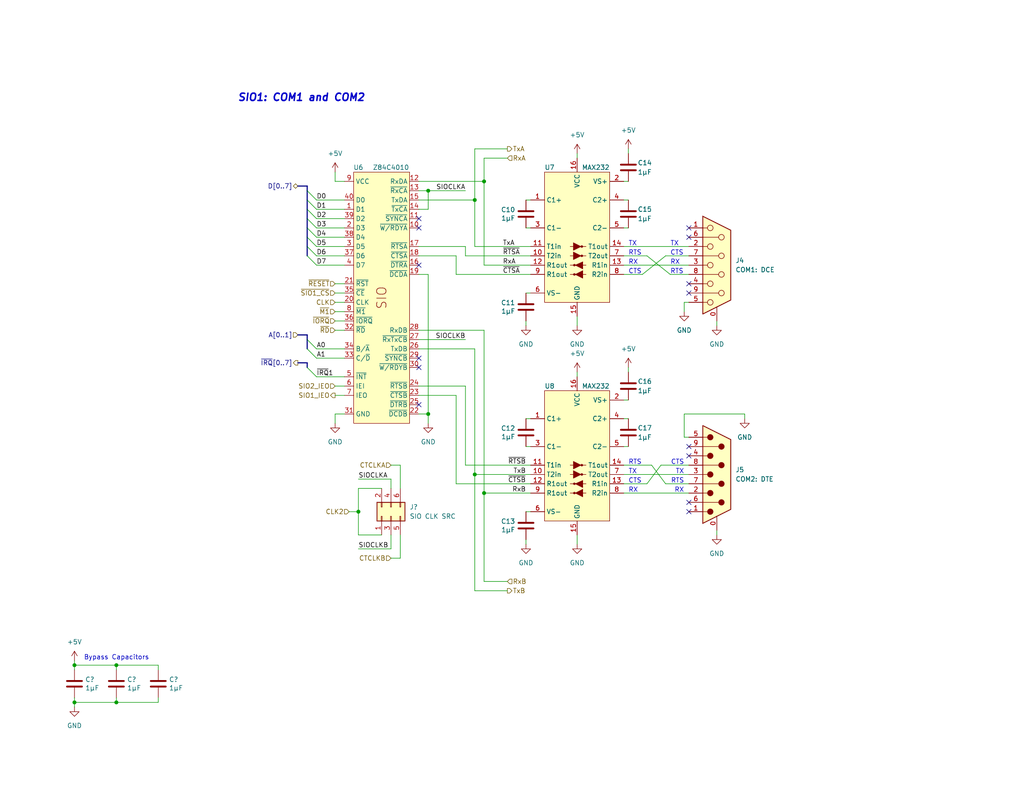
<source format=kicad_sch>
(kicad_sch (version 20230121) (generator eeschema)
  (paper "USLetter")
  (title_block (title "COM ports 1 and 2 (RS-232)") (date "2023-08-24") (rev "1.2") (company "Frédéric Segard") (comment 1 "@microhobbyist") (comment 4 "A big thank you to John Winans, Grant Searle and Sergey Kiselev for their inspiration"))
  (lib_symbols
    (symbol "+5V_1" (power) (pin_names (offset 0))
      (property "Value" "+5V_1" (at 0 3.556 0))
      (symbol "+5V_1_0_1"
        (polyline (pts (xy -0.762 1.27) (xy 0 2.54)))
        (polyline (pts (xy 0 0) (xy 0 2.54)))
        (polyline (pts (xy 0 2.54) (xy 0.762 1.27)))
      )
      (symbol "+5V_1_1_1"
        (pin power_in line (at 0 0 90) (length 0) hide (name "+5V") (number "1"))
      )
    )
    (symbol "0_Library:MAX232"
      (property "Reference" "U" (at -7.62 0 0))
      (property "Value" "MAX232" (at 1.27 0 0))
      (symbol "MAX232_0_1"
        (rectangle (start -8.89 -1.27) (end 8.89 -36.83) (stroke (width 0.1524)) (fill (type background)))
        (circle (center -0.762 -29.21) (radius 0.254) (stroke (width 0.1524)) (fill (type outline)))
        (circle (center -0.762 -26.67) (radius 0.254) (stroke (width 0.1524)) (fill (type outline)))
        (polyline (pts (xy -1.016 -24.13) (xy -1.905 -24.13)) (stroke (width 0.1524)))
        (polyline (pts (xy -1.016 -21.59) (xy -1.905 -21.59)) (stroke (width 0.1524)))
        (polyline (pts (xy -0.508 -29.21) (xy -1.905 -29.21)) (stroke (width 0.1524)))
        (polyline (pts (xy -0.508 -26.67) (xy -1.905 -26.67)) (stroke (width 0.1524)))
        (polyline (pts (xy 1.016 -24.13) (xy 2.413 -24.13)) (stroke (width 0.1524)))
        (polyline (pts (xy 1.016 -21.59) (xy 2.413 -21.59)) (stroke (width 0.1524)))
        (polyline (pts (xy 1.524 -29.21) (xy 2.413 -29.21)) (stroke (width 0.1524)))
        (polyline (pts (xy 1.524 -26.67) (xy 2.413 -26.67)) (stroke (width 0.1524)))
        (polyline (pts (xy -1.016 -23.114) (xy 1.016 -24.13) (xy -1.016 -25.146) (xy -1.016 -23.114)) (stroke (width 0.1524)) (fill (type outline)))
        (polyline (pts (xy -1.016 -20.574) (xy -1.016 -22.606) (xy 1.016 -21.59) (xy -1.016 -20.574)) (stroke (width 0.1524)) (fill (type outline)))
        (polyline (pts (xy 1.524 -28.194) (xy 1.524 -30.226) (xy -0.508 -29.21) (xy 1.524 -28.194)) (stroke (width 0.1524)) (fill (type outline)))
        (polyline (pts (xy 1.524 -25.781) (xy 1.524 -27.686) (xy -0.508 -26.67) (xy 1.524 -25.781)) (stroke (width 0.1524)) (fill (type outline)))
        (circle (center 1.27 -24.13) (radius 0.254) (stroke (width 0.1524)) (fill (type outline)))
        (circle (center 1.27 -21.59) (radius 0.254) (stroke (width 0.1524)) (fill (type outline)))
      )
      (symbol "MAX232_1_1"
        (pin passive line (at -12.7 -8.89 0) (length 3.81) (name "C1+") (number "1"))
        (pin input line (at -12.7 -24.13 0) (length 3.81) (name "T2in") (number "10"))
        (pin input line (at -12.7 -21.59 0) (length 3.81) (name "T1in") (number "11"))
        (pin output line (at -12.7 -26.67 0) (length 3.81) (name "R1out") (number "12"))
        (pin input line (at 12.7 -26.67 180) (length 3.81) (name "R1in") (number "13"))
        (pin output line (at 12.7 -21.59 180) (length 3.81) (name "T1out") (number "14"))
        (pin power_in line (at 0 -40.64 90) (length 3.81) (name "GND") (number "15"))
        (pin power_in line (at 0 2.54 270) (length 3.81) (name "VCC") (number "16"))
        (pin power_out line (at 12.7 -3.81 180) (length 3.81) (name "VS+") (number "2"))
        (pin passive line (at -12.7 -16.51 0) (length 3.81) (name "C1-") (number "3"))
        (pin passive line (at 12.7 -8.89 180) (length 3.81) (name "C2+") (number "4"))
        (pin passive line (at 12.7 -16.51 180) (length 3.81) (name "C2-") (number "5"))
        (pin power_out line (at -12.7 -34.29 0) (length 3.81) (name "VS-") (number "6"))
        (pin output line (at 12.7 -24.13 180) (length 3.81) (name "T2out") (number "7"))
        (pin input line (at 12.7 -29.21 180) (length 3.81) (name "R2in") (number "8"))
        (pin output line (at -12.7 -29.21 0) (length 3.81) (name "R1out") (number "9"))
      )
    )
    (symbol "0_Library:Z84C40xx SIO"
      (property "Reference" "U" (at -7.62 1.27 0))
      (property "Value" "Z84C40xx SIO" (at 1.27 1.27 0))
      (symbol "Z84C40xx SIO_0_0"
        (text "SIO" (at 0 -34.29 900) (effects (font (size 2.54 2.54))))
      )
      (symbol "Z84C40xx SIO_0_1"
        (rectangle (start -7.62 0) (end 7.62 -68.58) (stroke (width 0.1524)) (fill (type background)))
      )
      (symbol "Z84C40xx SIO_1_1"
        (pin bidirectional line (at -10.16 -10.16 0) (length 2.54) (name "D1") (number "1"))
        (pin output line (at 10.16 -15.24 180) (length 2.54) (name "~{W/RDYA}") (number "10"))
        (pin bidirectional line (at 10.16 -12.7 180) (length 2.54) (name "~{SYNCA}") (number "11"))
        (pin input line (at 10.16 -2.54 180) (length 2.54) (name "RxDA") (number "12"))
        (pin input line (at 10.16 -5.08 180) (length 2.54) (name "~{RxCA}") (number "13"))
        (pin input line (at 10.16 -10.16 180) (length 2.54) (name "~{TxCA}") (number "14"))
        (pin output line (at 10.16 -7.62 180) (length 2.54) (name "TxDA") (number "15"))
        (pin output line (at 10.16 -25.4 180) (length 2.54) (name "~{DTRA}") (number "16"))
        (pin output line (at 10.16 -20.32 180) (length 2.54) (name "~{RTSA}") (number "17"))
        (pin input line (at 10.16 -22.86 180) (length 2.54) (name "~{CTSA}") (number "18"))
        (pin input line (at 10.16 -27.94 180) (length 2.54) (name "~{DCDA}") (number "19"))
        (pin bidirectional line (at -10.16 -15.24 0) (length 2.54) (name "D3") (number "2"))
        (pin input line (at -10.16 -35.56 0) (length 2.54) (name "CLK") (number "20"))
        (pin input line (at -10.16 -30.48 0) (length 2.54) (name "~{RST}") (number "21"))
        (pin input line (at 10.16 -66.04 180) (length 2.54) (name "~{DCDB}") (number "22"))
        (pin input line (at 10.16 -60.96 180) (length 2.54) (name "~{CTSB}") (number "23"))
        (pin output line (at 10.16 -58.42 180) (length 2.54) (name "~{RTSB}") (number "24"))
        (pin output line (at 10.16 -63.5 180) (length 2.54) (name "~{DTRB}") (number "25"))
        (pin output line (at 10.16 -48.26 180) (length 2.54) (name "TxDB") (number "26"))
        (pin input line (at 10.16 -45.72 180) (length 2.54) (name "~{RxTxCB}") (number "27"))
        (pin input line (at 10.16 -43.18 180) (length 2.54) (name "RxDB") (number "28"))
        (pin bidirectional line (at 10.16 -50.8 180) (length 2.54) (name "~{SYNCB}") (number "29"))
        (pin bidirectional line (at -10.16 -20.32 0) (length 2.54) (name "D5") (number "3"))
        (pin output line (at 10.16 -53.34 180) (length 2.54) (name "~{W/RDYB}") (number "30"))
        (pin power_in line (at -10.16 -66.04 0) (length 2.54) (name "GND") (number "31"))
        (pin input line (at -10.16 -43.18 0) (length 2.54) (name "~{RD}") (number "32"))
        (pin input line (at -10.16 -50.8 0) (length 2.54) (name "C/~{D}") (number "33"))
        (pin input line (at -10.16 -48.26 0) (length 2.54) (name "B/~{A}") (number "34"))
        (pin input line (at -10.16 -33.02 0) (length 2.54) (name "~{CE}") (number "35"))
        (pin input line (at -10.16 -40.64 0) (length 2.54) (name "~{IORQ}") (number "36"))
        (pin bidirectional line (at -10.16 -22.86 0) (length 2.54) (name "D6") (number "37"))
        (pin bidirectional line (at -10.16 -17.78 0) (length 2.54) (name "D4") (number "38"))
        (pin bidirectional line (at -10.16 -12.7 0) (length 2.54) (name "D2") (number "39"))
        (pin bidirectional line (at -10.16 -25.4 0) (length 2.54) (name "D7") (number "4"))
        (pin bidirectional line (at -10.16 -7.62 0) (length 2.54) (name "D0") (number "40"))
        (pin open_collector line (at -10.16 -55.88 0) (length 2.54) (name "~{INT}") (number "5"))
        (pin input line (at -10.16 -58.42 0) (length 2.54) (name "IEI") (number "6"))
        (pin output line (at -10.16 -60.96 0) (length 2.54) (name "IEO") (number "7"))
        (pin input line (at -10.16 -38.1 0) (length 2.54) (name "~{M1}") (number "8"))
        (pin power_in line (at -10.16 -2.54 0) (length 2.54) (name "VCC") (number "9"))
      )
    )
    (symbol "Connector:DE9_Plug_MountingHoles" (pin_names (offset 1.016) hide)
      (property "Reference" "J" (at 0 16.51 0))
      (property "Value" "DE9_Plug_MountingHoles" (at 0 14.605 0))
      (symbol "DE9_Plug_MountingHoles_0_1"
        (circle (center -1.778 -10.16) (radius 0.762) (fill (type outline)))
        (circle (center -1.778 -5.08) (radius 0.762) (fill (type outline)))
        (circle (center -1.778 0) (radius 0.762) (fill (type outline)))
        (circle (center -1.778 5.08) (radius 0.762) (fill (type outline)))
        (circle (center -1.778 10.16) (radius 0.762) (fill (type outline)))
        (polyline (pts (xy -3.81 -10.16) (xy -2.54 -10.16)))
        (polyline (pts (xy -3.81 -7.62) (xy 0.508 -7.62)))
        (polyline (pts (xy -3.81 -5.08) (xy -2.54 -5.08)))
        (polyline (pts (xy -3.81 -2.54) (xy 0.508 -2.54)))
        (polyline (pts (xy -3.81 0) (xy -2.54 0)))
        (polyline (pts (xy -3.81 2.54) (xy 0.508 2.54)))
        (polyline (pts (xy -3.81 5.08) (xy -2.54 5.08)))
        (polyline (pts (xy -3.81 7.62) (xy 0.508 7.62)))
        (polyline (pts (xy -3.81 10.16) (xy -2.54 10.16)))
        (polyline (pts (xy -3.81 -13.335) (xy -3.81 13.335) (xy 3.81 9.525) (xy 3.81 -9.525) (xy -3.81 -13.335)) (stroke (width 0.254)) (fill (type background)))
        (circle (center 1.27 -7.62) (radius 0.762) (fill (type outline)))
        (circle (center 1.27 -2.54) (radius 0.762) (fill (type outline)))
        (circle (center 1.27 2.54) (radius 0.762) (fill (type outline)))
        (circle (center 1.27 7.62) (radius 0.762) (fill (type outline)))
      )
      (symbol "DE9_Plug_MountingHoles_1_1"
        (pin passive line (at 0 -15.24 90) (length 3.81) (name "PAD") (number "0"))
        (pin passive line (at -7.62 -10.16 0) (length 3.81) (name "1") (number "1"))
        (pin passive line (at -7.62 -5.08 0) (length 3.81) (name "2") (number "2"))
        (pin passive line (at -7.62 0 0) (length 3.81) (name "3") (number "3"))
        (pin passive line (at -7.62 5.08 0) (length 3.81) (name "4") (number "4"))
        (pin passive line (at -7.62 10.16 0) (length 3.81) (name "5") (number "5"))
        (pin passive line (at -7.62 -7.62 0) (length 3.81) (name "6") (number "6"))
        (pin passive line (at -7.62 -2.54 0) (length 3.81) (name "7") (number "7"))
        (pin passive line (at -7.62 2.54 0) (length 3.81) (name "8") (number "8"))
        (pin passive line (at -7.62 7.62 0) (length 3.81) (name "9") (number "9"))
      )
    )
    (symbol "Connector:DE9_Receptacle_MountingHoles" (pin_names (offset 1.016) hide)
      (property "Reference" "J" (at 0 16.51 0))
      (property "Value" "DE9_Receptacle_MountingHoles" (at 0 14.605 0))
      (symbol "DE9_Receptacle_MountingHoles_0_1"
        (circle (center -1.778 -10.16) (radius 0.762))
        (circle (center -1.778 -5.08) (radius 0.762))
        (circle (center -1.778 0) (radius 0.762))
        (circle (center -1.778 5.08) (radius 0.762))
        (circle (center -1.778 10.16) (radius 0.762))
        (polyline (pts (xy -3.81 -10.16) (xy -2.54 -10.16)))
        (polyline (pts (xy -3.81 -7.62) (xy 0.508 -7.62)))
        (polyline (pts (xy -3.81 -5.08) (xy -2.54 -5.08)))
        (polyline (pts (xy -3.81 -2.54) (xy 0.508 -2.54)))
        (polyline (pts (xy -3.81 0) (xy -2.54 0)))
        (polyline (pts (xy -3.81 2.54) (xy 0.508 2.54)))
        (polyline (pts (xy -3.81 5.08) (xy -2.54 5.08)))
        (polyline (pts (xy -3.81 7.62) (xy 0.508 7.62)))
        (polyline (pts (xy -3.81 10.16) (xy -2.54 10.16)))
        (polyline (pts (xy -3.81 13.335) (xy -3.81 -13.335) (xy 3.81 -9.525) (xy 3.81 9.525) (xy -3.81 13.335)) (stroke (width 0.254)) (fill (type background)))
        (circle (center 1.27 -7.62) (radius 0.762))
        (circle (center 1.27 -2.54) (radius 0.762))
        (circle (center 1.27 2.54) (radius 0.762))
        (circle (center 1.27 7.62) (radius 0.762))
      )
      (symbol "DE9_Receptacle_MountingHoles_1_1"
        (pin passive line (at 0 -15.24 90) (length 3.81) (name "PAD") (number "0"))
        (pin passive line (at -7.62 10.16 0) (length 3.81) (name "1") (number "1"))
        (pin passive line (at -7.62 5.08 0) (length 3.81) (name "2") (number "2"))
        (pin passive line (at -7.62 0 0) (length 3.81) (name "3") (number "3"))
        (pin passive line (at -7.62 -5.08 0) (length 3.81) (name "4") (number "4"))
        (pin passive line (at -7.62 -10.16 0) (length 3.81) (name "5") (number "5"))
        (pin passive line (at -7.62 7.62 0) (length 3.81) (name "6") (number "6"))
        (pin passive line (at -7.62 2.54 0) (length 3.81) (name "7") (number "7"))
        (pin passive line (at -7.62 -2.54 0) (length 3.81) (name "8") (number "8"))
        (pin passive line (at -7.62 -7.62 0) (length 3.81) (name "9") (number "9"))
      )
    )
    (symbol "Connector_Generic:Conn_02x03_Odd_Even" (pin_names (offset 1.016) hide)
      (property "Reference" "J" (at 1.27 5.08 0))
      (property "Value" "Conn_02x03_Odd_Even" (at 1.27 -5.08 0))
      (symbol "Conn_02x03_Odd_Even_1_1"
        (rectangle (start -1.27 -2.413) (end 0 -2.667) (stroke (width 0.1524)))
        (rectangle (start -1.27 0.127) (end 0 -0.127) (stroke (width 0.1524)))
        (rectangle (start -1.27 2.667) (end 0 2.413) (stroke (width 0.1524)))
        (rectangle (start -1.27 3.81) (end 3.81 -3.81) (stroke (width 0.254)) (fill (type background)))
        (rectangle (start 3.81 -2.413) (end 2.54 -2.667) (stroke (width 0.1524)))
        (rectangle (start 3.81 0.127) (end 2.54 -0.127) (stroke (width 0.1524)))
        (rectangle (start 3.81 2.667) (end 2.54 2.413) (stroke (width 0.1524)))
        (pin passive line (at -5.08 2.54 0) (length 3.81) (name "Pin_1") (number "1"))
        (pin passive line (at 7.62 2.54 180) (length 3.81) (name "Pin_2") (number "2"))
        (pin passive line (at -5.08 0 0) (length 3.81) (name "Pin_3") (number "3"))
        (pin passive line (at 7.62 0 180) (length 3.81) (name "Pin_4") (number "4"))
        (pin passive line (at -5.08 -2.54 0) (length 3.81) (name "Pin_5") (number "5"))
        (pin passive line (at 7.62 -2.54 180) (length 3.81) (name "Pin_6") (number "6"))
      )
    )
    (symbol "Device:C" (pin_numbers hide) (pin_names (offset 0.254))
      (property "Reference" "C" (at 0.635 2.54 0))
      (property "Value" "C" (at 0.635 -2.54 0))
      (symbol "C_0_1"
        (polyline (pts (xy -2.032 -0.762) (xy 2.032 -0.762)) (stroke (width 0.508)))
        (polyline (pts (xy -2.032 0.762) (xy 2.032 0.762)) (stroke (width 0.508)))
      )
      (symbol "C_1_1"
        (pin passive line (at 0 3.81 270) (length 2.794) (name "~") (number "1"))
        (pin passive line (at 0 -3.81 90) (length 2.794) (name "~") (number "2"))
      )
    )
    (symbol "GND_1" (power) (pin_names (offset 0))
      (property "Value" "GND_1" (at 0 -3.81 0))
      (symbol "GND_1_0_1"
        (polyline (pts (xy 0 0) (xy 0 -1.27) (xy 1.27 -1.27) (xy 0 -2.54) (xy -1.27 -1.27) (xy 0 -1.27)))
      )
      (symbol "GND_1_1_1"
        (pin power_in line (at 0 0 270) (length 0) hide (name "GND") (number "1"))
      )
    )
  )
  (junction (at 129.54 54.61))
  (junction (at 116.84 52.07))
  (junction (at 97.79 139.7))
  (junction (at 31.75 181.61))
  (junction (at 116.84 113.03))
  (junction (at 20.32 191.77))
  (junction (at 129.54 129.54))
  (junction (at 20.32 181.61))
  (junction (at 132.08 49.53))
  (junction (at 31.75 191.77))
  (junction (at 132.08 134.62))
  (no_connect (at 187.96 139.7))
  (no_connect (at 187.96 124.46))
  (no_connect (at 114.3 110.49))
  (no_connect (at 114.3 62.23))
  (no_connect (at 187.96 121.92))
  (no_connect (at 187.96 80.01))
  (no_connect (at 114.3 72.39))
  (no_connect (at 187.96 77.47))
  (no_connect (at 114.3 97.79))
  (no_connect (at 187.96 64.77))
  (no_connect (at 187.96 62.23))
  (no_connect (at 114.3 59.69))
  (no_connect (at 114.3 100.33))
  (no_connect (at 187.96 137.16))
  (bus_entry (at 83.82 92.71) (size 2.54 2.54))
  (bus_entry (at 83.82 95.25) (size 2.54 2.54))
  (bus_entry (at 83.82 100.33) (size 2.54 2.54))
  (bus_entry (at 83.82 59.69) (size 2.54 2.54))
  (bus_entry (at 83.82 62.23) (size 2.54 2.54))
  (bus_entry (at 83.82 67.31) (size 2.54 2.54))
  (bus_entry (at 83.82 54.61) (size 2.54 2.54))
  (bus_entry (at 83.82 52.07) (size 2.54 2.54))
  (bus_entry (at 83.82 64.77) (size 2.54 2.54))
  (bus_entry (at 83.82 69.85) (size 2.54 2.54))
  (bus_entry (at 83.82 57.15) (size 2.54 2.54))
  (wire (pts (xy 170.18 132.08) (xy 176.53 132.08)))
  (wire (pts (xy 86.36 54.61) (xy 93.98 54.61)))
  (bus (pts (xy 83.82 62.23) (xy 83.82 59.69)))
  (wire (pts (xy 86.36 62.23) (xy 93.98 62.23)))
  (wire (pts (xy 97.79 130.81) (xy 106.68 130.81)))
  (wire (pts (xy 86.36 57.15) (xy 93.98 57.15)))
  (wire (pts (xy 143.51 80.01) (xy 144.78 80.01)))
  (wire (pts (xy 116.84 113.03) (xy 116.84 115.57)))
  (wire (pts (xy 132.08 158.75) (xy 138.43 158.75)))
  (wire (pts (xy 170.18 134.62) (xy 187.96 134.62)))
  (wire (pts (xy 86.36 64.77) (xy 93.98 64.77)))
  (wire (pts (xy 182.88 74.93) (xy 176.53 69.85)))
  (wire (pts (xy 171.45 40.64) (xy 171.45 41.91)))
  (wire (pts (xy 195.58 87.63) (xy 195.58 88.9)))
  (wire (pts (xy 187.96 127) (xy 180.34 127)))
  (wire (pts (xy 143.51 147.32) (xy 143.51 148.59)))
  (wire (pts (xy 143.51 139.7) (xy 144.78 139.7)))
  (wire (pts (xy 20.32 190.5) (xy 20.32 191.77)))
  (wire (pts (xy 129.54 95.25) (xy 129.54 129.54)))
  (wire (pts (xy 124.46 107.95) (xy 124.46 132.08)))
  (bus (pts (xy 83.82 64.77) (xy 83.82 62.23)))
  (wire (pts (xy 31.75 191.77) (xy 43.18 191.77)))
  (wire (pts (xy 86.36 59.69) (xy 93.98 59.69)))
  (wire (pts (xy 114.3 113.03) (xy 116.84 113.03)))
  (wire (pts (xy 127 127) (xy 144.78 127)))
  (wire (pts (xy 114.3 107.95) (xy 124.46 107.95)))
  (wire (pts (xy 93.98 49.53) (xy 91.44 49.53)))
  (wire (pts (xy 203.2 113.03) (xy 186.69 113.03)))
  (wire (pts (xy 187.96 82.55) (xy 186.69 82.55)))
  (wire (pts (xy 91.44 80.01) (xy 93.98 80.01)))
  (wire (pts (xy 91.44 46.99) (xy 91.44 49.53)))
  (wire (pts (xy 20.32 191.77) (xy 31.75 191.77)))
  (wire (pts (xy 43.18 181.61) (xy 31.75 181.61)))
  (wire (pts (xy 129.54 54.61) (xy 129.54 67.31)))
  (wire (pts (xy 31.75 190.5) (xy 31.75 191.77)))
  (wire (pts (xy 186.69 113.03) (xy 186.69 119.38)))
  (wire (pts (xy 143.51 62.23) (xy 144.78 62.23)))
  (wire (pts (xy 91.44 87.63) (xy 93.98 87.63)))
  (wire (pts (xy 143.51 54.61) (xy 144.78 54.61)))
  (wire (pts (xy 43.18 182.88) (xy 43.18 181.61)))
  (wire (pts (xy 97.79 146.05) (xy 104.14 146.05)))
  (wire (pts (xy 109.22 152.4) (xy 109.22 146.05)))
  (wire (pts (xy 132.08 72.39) (xy 144.78 72.39)))
  (bus (pts (xy 83.82 54.61) (xy 83.82 52.07)))
  (wire (pts (xy 170.18 114.3) (xy 171.45 114.3)))
  (wire (pts (xy 187.96 74.93) (xy 182.88 74.93)))
  (wire (pts (xy 144.78 74.93) (xy 124.46 74.93)))
  (wire (pts (xy 129.54 40.64) (xy 138.43 40.64)))
  (wire (pts (xy 86.36 69.85) (xy 93.98 69.85)))
  (wire (pts (xy 114.3 69.85) (xy 124.46 69.85)))
  (wire (pts (xy 93.98 113.03) (xy 91.44 113.03)))
  (wire (pts (xy 175.26 74.93) (xy 181.61 69.85)))
  (wire (pts (xy 127 69.85) (xy 127 67.31)))
  (wire (pts (xy 157.48 41.91) (xy 157.48 43.18)))
  (bus (pts (xy 81.28 50.8) (xy 83.82 50.8)))
  (wire (pts (xy 129.54 67.31) (xy 144.78 67.31)))
  (wire (pts (xy 86.36 97.79) (xy 93.98 97.79)))
  (wire (pts (xy 170.18 69.85) (xy 176.53 69.85)))
  (wire (pts (xy 143.51 114.3) (xy 144.78 114.3)))
  (wire (pts (xy 129.54 129.54) (xy 129.54 161.29)))
  (wire (pts (xy 114.3 90.17) (xy 132.08 90.17)))
  (wire (pts (xy 157.48 148.59) (xy 157.48 146.05)))
  (wire (pts (xy 114.3 105.41) (xy 127 105.41)))
  (bus (pts (xy 83.82 100.33) (xy 83.82 99.06)))
  (wire (pts (xy 127 105.41) (xy 127 127)))
  (wire (pts (xy 114.3 74.93) (xy 116.84 74.93)))
  (wire (pts (xy 170.18 54.61) (xy 171.45 54.61)))
  (wire (pts (xy 114.3 54.61) (xy 129.54 54.61)))
  (wire (pts (xy 86.36 102.87) (xy 93.98 102.87)))
  (wire (pts (xy 114.3 92.71) (xy 127 92.71)))
  (wire (pts (xy 106.68 127) (xy 109.22 127)))
  (wire (pts (xy 86.36 72.39) (xy 93.98 72.39)))
  (wire (pts (xy 181.61 132.08) (xy 187.96 132.08)))
  (wire (pts (xy 114.3 57.15) (xy 116.84 57.15)))
  (wire (pts (xy 91.44 85.09) (xy 93.98 85.09)))
  (wire (pts (xy 171.45 100.33) (xy 171.45 101.6)))
  (wire (pts (xy 195.58 144.78) (xy 195.58 146.05)))
  (wire (pts (xy 170.18 72.39) (xy 187.96 72.39)))
  (wire (pts (xy 170.18 109.22) (xy 171.45 109.22)))
  (wire (pts (xy 91.44 90.17) (xy 93.98 90.17)))
  (wire (pts (xy 127 67.31) (xy 114.3 67.31)))
  (wire (pts (xy 186.69 119.38) (xy 187.96 119.38)))
  (wire (pts (xy 106.68 130.81) (xy 106.68 133.35)))
  (bus (pts (xy 83.82 69.85) (xy 83.82 67.31)))
  (wire (pts (xy 132.08 49.53) (xy 132.08 43.18)))
  (wire (pts (xy 129.54 54.61) (xy 129.54 40.64)))
  (wire (pts (xy 43.18 190.5) (xy 43.18 191.77)))
  (bus (pts (xy 83.82 92.71) (xy 83.82 91.44)))
  (wire (pts (xy 170.18 121.92) (xy 171.45 121.92)))
  (wire (pts (xy 144.78 69.85) (xy 127 69.85)))
  (wire (pts (xy 31.75 182.88) (xy 31.75 181.61)))
  (bus (pts (xy 83.82 95.25) (xy 83.82 92.71)))
  (wire (pts (xy 170.18 74.93) (xy 175.26 74.93)))
  (wire (pts (xy 129.54 161.29) (xy 138.43 161.29)))
  (wire (pts (xy 91.44 113.03) (xy 91.44 115.57)))
  (wire (pts (xy 157.48 88.9) (xy 157.48 86.36)))
  (wire (pts (xy 91.44 77.47) (xy 93.98 77.47)))
  (wire (pts (xy 132.08 134.62) (xy 132.08 158.75)))
  (bus (pts (xy 83.82 67.31) (xy 83.82 64.77)))
  (wire (pts (xy 143.51 121.92) (xy 144.78 121.92)))
  (bus (pts (xy 83.82 99.06) (xy 81.28 99.06)))
  (wire (pts (xy 116.84 52.07) (xy 127 52.07)))
  (bus (pts (xy 83.82 52.07) (xy 83.82 50.8)))
  (wire (pts (xy 170.18 129.54) (xy 187.96 129.54)))
  (wire (pts (xy 186.69 82.55) (xy 186.69 85.09)))
  (wire (pts (xy 129.54 129.54) (xy 144.78 129.54)))
  (bus (pts (xy 83.82 59.69) (xy 83.82 57.15)))
  (wire (pts (xy 116.84 74.93) (xy 116.84 113.03)))
  (wire (pts (xy 170.18 67.31) (xy 187.96 67.31)))
  (wire (pts (xy 114.3 49.53) (xy 132.08 49.53)))
  (bus (pts (xy 81.28 91.44) (xy 83.82 91.44)))
  (wire (pts (xy 124.46 132.08) (xy 144.78 132.08)))
  (bus (pts (xy 83.82 57.15) (xy 83.82 54.61)))
  (wire (pts (xy 170.18 49.53) (xy 171.45 49.53)))
  (wire (pts (xy 97.79 149.86) (xy 106.68 149.86)))
  (wire (pts (xy 31.75 181.61) (xy 20.32 181.61)))
  (wire (pts (xy 180.34 127) (xy 176.53 132.08)))
  (wire (pts (xy 132.08 90.17) (xy 132.08 134.62)))
  (wire (pts (xy 170.18 62.23) (xy 171.45 62.23)))
  (wire (pts (xy 95.25 139.7) (xy 97.79 139.7)))
  (wire (pts (xy 91.44 105.41) (xy 93.98 105.41)))
  (wire (pts (xy 97.79 139.7) (xy 97.79 133.35)))
  (wire (pts (xy 181.61 69.85) (xy 187.96 69.85)))
  (wire (pts (xy 116.84 52.07) (xy 116.84 57.15)))
  (wire (pts (xy 91.44 107.95) (xy 93.98 107.95)))
  (wire (pts (xy 97.79 133.35) (xy 104.14 133.35)))
  (wire (pts (xy 114.3 52.07) (xy 116.84 52.07)))
  (wire (pts (xy 97.79 139.7) (xy 97.79 146.05)))
  (wire (pts (xy 203.2 114.3) (xy 203.2 113.03)))
  (wire (pts (xy 170.18 127) (xy 177.8 127)))
  (wire (pts (xy 157.48 101.6) (xy 157.48 102.87)))
  (wire (pts (xy 20.32 180.34) (xy 20.32 181.61)))
  (wire (pts (xy 114.3 95.25) (xy 129.54 95.25)))
  (wire (pts (xy 106.68 149.86) (xy 106.68 146.05)))
  (wire (pts (xy 91.44 82.55) (xy 93.98 82.55)))
  (wire (pts (xy 20.32 181.61) (xy 20.32 182.88)))
  (wire (pts (xy 143.51 87.63) (xy 143.51 88.9)))
  (wire (pts (xy 177.8 127) (xy 181.61 132.08)))
  (wire (pts (xy 132.08 134.62) (xy 144.78 134.62)))
  (wire (pts (xy 132.08 43.18) (xy 138.43 43.18)))
  (wire (pts (xy 20.32 191.77) (xy 20.32 193.04)))
  (wire (pts (xy 109.22 127) (xy 109.22 133.35)))
  (wire (pts (xy 106.68 152.4) (xy 109.22 152.4)))
  (wire (pts (xy 86.36 95.25) (xy 93.98 95.25)))
  (wire (pts (xy 132.08 72.39) (xy 132.08 49.53)))
  (wire (pts (xy 124.46 74.93) (xy 124.46 69.85)))
  (wire (pts (xy 86.36 67.31) (xy 93.98 67.31)))
  (text "RTS" (at 171.45 69.85 0) (effects (font (size 1.27 1.27)) (justify left bottom)))
  (text "SIO1: COM1 and COM2" (at 64.77 27.94 0) (effects (font (size 2 2) (thickness 0.4) bold italic) (justify left bottom)))
  (text "TX" (at 182.88 67.31 0) (effects (font (size 1.27 1.27)) (justify left bottom)))
  (text "TX" (at 171.45 129.54 0) (effects (font (size 1.27 1.27)) (justify left bottom)))
  (text "RX" (at 171.45 134.62 0) (effects (font (size 1.27 1.27)) (justify left bottom)))
  (text "RX" (at 186.69 134.62 0) (effects (font (size 1.27 1.27)) (justify right bottom)))
  (text "RX" (at 171.45 72.39 0) (effects (font (size 1.27 1.27)) (justify left bottom)))
  (text "RTS" (at 186.69 132.08 0) (effects (font (size 1.27 1.27)) (justify right bottom)))
  (text "RX" (at 182.88 72.39 0) (effects (font (size 1.27 1.27)) (justify left bottom)))
  (text "RTS" (at 182.88 74.93 0) (effects (font (size 1.27 1.27)) (justify left bottom)))
  (text "RTS" (at 171.45 127 0) (effects (font (size 1.27 1.27)) (justify left bottom)))
  (text "TX" (at 171.45 67.31 0) (effects (font (size 1.27 1.27)) (justify left bottom)))
  (text "CTS" (at 171.45 74.93 0) (effects (font (size 1.27 1.27)) (justify left bottom)))
  (text "CTS" (at 186.69 127 0) (effects (font (size 1.27 1.27)) (justify right bottom)))
  (text "CTS" (at 171.45 132.08 0) (effects (font (size 1.27 1.27)) (justify left bottom)))
  (text "TX" (at 186.69 129.54 0) (effects (font (size 1.27 1.27)) (justify right bottom)))
  (text "Bypass Capacitors" (at 22.86 180.34 0) (effects (font (size 1.27 1.27)) (justify left bottom)))
  (text "CTS" (at 182.88 69.85 0) (effects (font (size 1.27 1.27)) (justify left bottom)))
  (label "SIOCLKB" (at 127 92.71 180))
  (label "A1" (at 86.36 97.79 0))
  (label "D5" (at 86.36 67.31 0))
  (label "D6" (at 86.36 69.85 0))
  (label "SIOCLKA" (at 127 52.07 180))
  (label "~{CTSA}" (at 137.16 74.93 0))
  (label "RxA" (at 137.16 72.39 0))
  (label "SIOCLKB" (at 97.79 149.86 0))
  (label "D3" (at 86.36 62.23 0))
  (label "D2" (at 86.36 59.69 0))
  (label "D4" (at 86.36 64.77 0))
  (label "~{IRQ}1" (at 86.36 102.87 0))
  (label "TxA" (at 137.16 67.31 0))
  (label "A0" (at 86.36 95.25 0))
  (label "~{RTSB}" (at 143.51 127 180))
  (label "TxB" (at 143.51 129.54 180))
  (label "~{CTSB}" (at 143.51 132.08 180))
  (label "D1" (at 86.36 57.15 0))
  (label "D0" (at 86.36 54.61 0))
  (label "~{RTSA}" (at 137.16 69.85 0))
  (label "RxB" (at 143.51 134.62 180))
  (label "D7" (at 86.36 72.39 0))
  (label "SIOCLKA" (at 97.79 130.81 0))
  (hierarchical_label "CLK2" (shape input) (at 95.25 139.7 180))
  (hierarchical_label "TxA" (shape output) (at 138.43 40.64 0))
  (hierarchical_label "~{M1}" (shape input) (at 91.44 85.09 180))
  (hierarchical_label "CLK" (shape input) (at 91.44 82.55 180))
  (hierarchical_label "SIO1_IEO" (shape output) (at 91.44 107.95 180))
  (hierarchical_label "~{IRQ}[0..7]" (shape output) (at 81.28 99.06 180))
  (hierarchical_label "SIO2_IEO" (shape input) (at 91.44 105.41 180))
  (hierarchical_label "~{IORQ}" (shape input) (at 91.44 87.63 180))
  (hierarchical_label "~{RESET}" (shape input) (at 91.44 77.47 180))
  (hierarchical_label "RxA" (shape input) (at 138.43 43.18 0))
  (hierarchical_label "A[0..1]" (shape input) (at 81.28 91.44 180))
  (hierarchical_label "RxB" (shape input) (at 138.43 158.75 0))
  (hierarchical_label "TxB" (shape output) (at 138.43 161.29 0))
  (hierarchical_label "CTCLKA" (shape input) (at 106.68 127 180))
  (hierarchical_label "D[0..7]" (shape bidirectional) (at 81.28 50.8 180))
  (hierarchical_label "CTCLKB" (shape input) (at 106.68 152.4 180))
  (hierarchical_label "~{RD}" (shape input) (at 91.44 90.17 180))
  (hierarchical_label "~{SIO1_CS}" (shape input) (at 91.44 80.01 180))
  (symbol (lib_id "Connector_Generic:Conn_02x03_Odd_Even") (at 106.68 140.97 90) (unit 1)
    (property "Reference" "J?" (at 111.76 138.43 90) (effects (justify right)))
    (property "Value" "SIO CLK SRC" (at 111.76 140.97 90) (effects (justify right)))
    (property "Footprint" "Connector_PinHeader_2.54mm:PinHeader_2x03_P2.54mm_Vertical" (effects hide))
    (instances (project "1 - Main CPU board with basic peripherals (rev5)" (path "" (reference "J?") (unit 1))) (project "4 - Quad serial" (path "" (reference "J?") (unit 1)) (path "" (reference "J3") (unit 1))))
  )
  (symbol (lib_id "0_Library:Z84C40xx SIO") (at 104.14 46.99 0) (unit 1)
    (property "Reference" "U6" (at 97.79 45.72 0))
    (property "Value" "Z84C4010" (at 106.68 45.72 0))
    (property "Footprint" "Package_DIP:DIP-40_W15.24mm_Socket" (effects hide))
    (property "Datasheet" "https://www.mouser.ca/datasheet/2/240/zilgs00978_1-2584731.pdf" (effects hide))
  )
  (symbol (lib_name "GND_1") (lib_id "power:GND") (at 143.51 148.59 0) (unit 1)
    (property "Reference" "#PWR?" (effects hide))
    (property "Value" "GND" (at 143.51 153.67 0))
    (instances (project "4 - Quad serial" (path "" (reference "#PWR?") (unit 1)) (path "" (reference "#PWR026") (unit 1))))
  )
  (symbol (lib_name "+5V_1") (lib_id "power:+5V") (at 91.44 46.99 0) (unit 1)
    (property "Reference" "#PWR?" (effects hide))
    (property "Value" "+5V" (at 91.44 41.91 0))
    (instances (project "4 - Quad serial" (path "" (reference "#PWR?") (unit 1)) (path "" (reference "#PWR022") (unit 1))))
  )
  (symbol (lib_name "GND_1") (lib_id "power:GND") (at 195.58 88.9 0) (unit 1)
    (property "Reference" "#PWR?" (effects hide))
    (property "Value" "GND" (at 195.58 93.98 0))
    (instances (project "4 - Quad serial" (path "" (reference "#PWR?") (unit 1)) (path "" (reference "#PWR034") (unit 1))))
  )
  (symbol (lib_name "GND_1") (lib_id "power:GND") (at 20.32 193.04 0) (unit 1)
    (property "Reference" "#PWR?" (effects hide))
    (property "Value" "GND" (at 20.32 198.12 0))
    (instances (project "4 - Quad serial" (path "" (reference "#PWR?") (unit 1)) (path "" (reference "#PWR020") (unit 1))))
  )
  (symbol (lib_name "GND_1") (lib_id "power:GND") (at 116.84 115.57 0) (unit 1)
    (property "Reference" "#PWR?" (effects hide))
    (property "Value" "GND" (at 116.84 120.65 0))
    (instances (project "4 - Quad serial" (path "" (reference "#PWR?") (unit 1)) (path "" (reference "#PWR024") (unit 1))))
  )
  (symbol (lib_id "Device:C") (at 20.32 186.69 0) (unit 1)
    (property "Reference" "C?" (at 23.241 185.5216 0) (effects (justify left)))
    (property "Value" "1µF" (at 23.241 187.833 0) (effects (justify left)))
    (property "Footprint" "Capacitor_THT:C_Disc_D3.0mm_W1.6mm_P2.50mm" (effects hide))
    (instances (project "4 - Quad serial" (path "" (reference "C?") (unit 1)) (path "" (reference "C7") (unit 1))))
  )
  (symbol (lib_id "Device:C") (at 171.45 58.42 0) (unit 1)
    (property "Reference" "C15" (at 173.99 57.15 0) (effects (justify left)))
    (property "Value" "1µF" (at 173.99 59.69 0) (effects (justify left)))
    (property "Footprint" "Capacitor_THT:C_Disc_D3.0mm_W1.6mm_P2.50mm" (effects hide))
  )
  (symbol (lib_name "GND_1") (lib_id "power:GND") (at 91.44 115.57 0) (unit 1)
    (property "Reference" "#PWR?" (effects hide))
    (property "Value" "GND" (at 91.44 120.65 0))
    (instances (project "4 - Quad serial" (path "" (reference "#PWR?") (unit 1)) (path "" (reference "#PWR023") (unit 1))))
  )
  (symbol (lib_id "Device:C") (at 143.51 58.42 0) (mirror y) (unit 1)
    (property "Reference" "C10" (at 140.589 57.2516 0) (effects (justify left)))
    (property "Value" "1µF" (at 140.589 59.563 0) (effects (justify left)))
    (property "Footprint" "Capacitor_THT:C_Disc_D3.0mm_W1.6mm_P2.50mm" (effects hide))
  )
  (symbol (lib_id "Device:C") (at 143.51 118.11 0) (mirror y) (unit 1)
    (property "Reference" "C12" (at 140.589 116.9416 0) (effects (justify left)))
    (property "Value" "1µF" (at 140.589 119.253 0) (effects (justify left)))
    (property "Footprint" "Capacitor_THT:C_Disc_D3.0mm_W1.6mm_P2.50mm" (effects hide))
  )
  (symbol (lib_id "0_Library:MAX232") (at 157.48 105.41 0) (unit 1)
    (property "Reference" "U8" (at 148.59 105.41 0) (effects (justify left)))
    (property "Value" "MAX232" (at 158.75 105.41 0) (effects (justify left)))
    (property "Footprint" "Package_DIP:DIP-16_W7.62mm_Socket" (effects hide))
    (property "Datasheet" "http://www.ti.com/lit/ds/symlink/max232.pdf" (effects hide))
  )
  (symbol (lib_id "Device:C") (at 31.75 186.69 0) (unit 1)
    (property "Reference" "C?" (at 34.671 185.5216 0) (effects (justify left)))
    (property "Value" "1µF" (at 34.671 187.833 0) (effects (justify left)))
    (property "Footprint" "Capacitor_THT:C_Disc_D3.0mm_W1.6mm_P2.50mm" (effects hide))
    (instances (project "4 - Quad serial" (path "" (reference "C?") (unit 1)) (path "" (reference "C8") (unit 1))))
  )
  (symbol (lib_name "GND_1") (lib_id "power:GND") (at 157.48 88.9 0) (unit 1)
    (property "Reference" "#PWR?" (effects hide))
    (property "Value" "GND" (at 157.48 93.98 0))
    (instances (project "4 - Quad serial" (path "" (reference "#PWR?") (unit 1)) (path "" (reference "#PWR028") (unit 1))))
  )
  (symbol (lib_name "GND_1") (lib_id "power:GND") (at 157.48 148.59 0) (unit 1)
    (property "Reference" "#PWR?" (effects hide))
    (property "Value" "GND" (at 157.48 153.67 0))
    (instances (project "4 - Quad serial" (path "" (reference "#PWR?") (unit 1)) (path "" (reference "#PWR030") (unit 1))))
  )
  (symbol (lib_name "GND_1") (lib_id "power:GND") (at 203.2 114.3 0) (unit 1)
    (property "Reference" "#PWR?" (effects hide))
    (property "Value" "GND" (at 203.2 119.38 0))
    (instances (project "4 - Quad serial" (path "" (reference "#PWR?") (unit 1)) (path "" (reference "#PWR036") (unit 1))))
  )
  (symbol (lib_id "Device:C") (at 143.51 83.82 0) (mirror y) (unit 1)
    (property "Reference" "C11" (at 140.589 82.6516 0) (effects (justify left)))
    (property "Value" "1µF" (at 140.589 84.963 0) (effects (justify left)))
    (property "Footprint" "Capacitor_THT:C_Disc_D3.0mm_W1.6mm_P2.50mm" (effects hide))
  )
  (symbol (lib_name "+5V_1") (lib_id "power:+5V") (at 171.45 100.33 0) (unit 1)
    (property "Reference" "#PWR?" (effects hide))
    (property "Value" "+5V" (at 171.45 95.25 0))
    (instances (project "4 - Quad serial" (path "" (reference "#PWR?") (unit 1)) (path "" (reference "#PWR032") (unit 1))))
  )
  (symbol (lib_name "+5V_1") (lib_id "power:+5V") (at 157.48 101.6 0) (unit 1)
    (property "Reference" "#PWR?" (effects hide))
    (property "Value" "+5V" (at 157.48 96.52 0))
    (instances (project "4 - Quad serial" (path "" (reference "#PWR?") (unit 1)) (path "" (reference "#PWR029") (unit 1))))
  )
  (symbol (lib_id "Device:C") (at 171.45 118.11 0) (unit 1)
    (property "Reference" "C17" (at 173.99 116.84 0) (effects (justify left)))
    (property "Value" "1µF" (at 173.99 119.38 0) (effects (justify left)))
    (property "Footprint" "Capacitor_THT:C_Disc_D3.0mm_W1.6mm_P2.50mm" (effects hide))
  )
  (symbol (lib_name "+5V_1") (lib_id "power:+5V") (at 157.48 41.91 0) (unit 1)
    (property "Reference" "#PWR?" (effects hide))
    (property "Value" "+5V" (at 157.48 36.83 0))
    (instances (project "4 - Quad serial" (path "" (reference "#PWR?") (unit 1)) (path "" (reference "#PWR027") (unit 1))))
  )
  (symbol (lib_name "+5V_1") (lib_id "power:+5V") (at 20.32 180.34 0) (unit 1)
    (property "Reference" "#PWR?" (effects hide))
    (property "Value" "+5V" (at 20.32 175.26 0))
    (instances (project "4 - Quad serial" (path "" (reference "#PWR?") (unit 1)) (path "" (reference "#PWR019") (unit 1))))
  )
  (symbol (lib_name "GND_1") (lib_id "power:GND") (at 143.51 88.9 0) (unit 1)
    (property "Reference" "#PWR?" (effects hide))
    (property "Value" "GND" (at 143.51 93.98 0))
    (instances (project "4 - Quad serial" (path "" (reference "#PWR?") (unit 1)) (path "" (reference "#PWR025") (unit 1))))
  )
  (symbol (lib_id "Device:C") (at 43.18 186.69 0) (unit 1)
    (property "Reference" "C?" (at 46.101 185.5216 0) (effects (justify left)))
    (property "Value" "1µF" (at 46.101 187.833 0) (effects (justify left)))
    (property "Footprint" "Capacitor_THT:C_Disc_D3.0mm_W1.6mm_P2.50mm" (effects hide))
    (instances (project "4 - Quad serial" (path "" (reference "C?") (unit 1)) (path "" (reference "C9") (unit 1))))
  )
  (symbol (lib_id "Device:C") (at 171.45 105.41 0) (unit 1)
    (property "Reference" "C16" (at 173.99 104.14 0) (effects (justify left)))
    (property "Value" "1µF" (at 173.99 106.68 0) (effects (justify left)))
    (property "Footprint" "Capacitor_THT:C_Disc_D3.0mm_W1.6mm_P2.50mm" (effects hide))
  )
  (symbol (lib_name "GND_1") (lib_id "power:GND") (at 186.69 85.09 0) (unit 1)
    (property "Reference" "#PWR?" (effects hide))
    (property "Value" "GND" (at 186.69 90.17 0))
    (instances (project "4 - Quad serial" (path "" (reference "#PWR?") (unit 1)) (path "" (reference "#PWR033") (unit 1))))
  )
  (symbol (lib_name "GND_1") (lib_id "power:GND") (at 195.58 146.05 0) (unit 1)
    (property "Reference" "#PWR?" (effects hide))
    (property "Value" "GND" (at 195.58 151.13 0))
    (instances (project "4 - Quad serial" (path "" (reference "#PWR?") (unit 1)) (path "" (reference "#PWR035") (unit 1))))
  )
  (symbol (lib_id "Device:C") (at 143.51 143.51 0) (mirror y) (unit 1)
    (property "Reference" "C13" (at 140.589 142.3416 0) (effects (justify left)))
    (property "Value" "1µF" (at 140.589 144.653 0) (effects (justify left)))
    (property "Footprint" "Capacitor_THT:C_Disc_D3.0mm_W1.6mm_P2.50mm" (effects hide))
  )
  (symbol (lib_id "Connector:DE9_Receptacle_MountingHoles") (at 195.58 72.39 0) (unit 1)
    (property "Reference" "J4" (at 200.66 71.12 0) (effects (justify left)))
    (property "Value" "COM1: DCE" (at 200.66 73.66 0) (effects (justify left)))
    (property "Footprint" "Connector_Dsub:DSUB-9_Female_Horizontal_P2.77x2.84mm_EdgePinOffset4.94mm_Housed_MountingHolesOffset7.48mm" (effects hide))
    (property "Datasheet" " ~" (effects hide))
  )
  (symbol (lib_id "Device:C") (at 171.45 45.72 0) (unit 1)
    (property "Reference" "C14" (at 173.99 44.45 0) (effects (justify left)))
    (property "Value" "1µF" (at 173.99 46.99 0) (effects (justify left)))
    (property "Footprint" "Capacitor_THT:C_Disc_D3.0mm_W1.6mm_P2.50mm" (effects hide))
  )
  (symbol (lib_name "+5V_1") (lib_id "power:+5V") (at 171.45 40.64 0) (unit 1)
    (property "Reference" "#PWR?" (effects hide))
    (property "Value" "+5V" (at 171.45 35.56 0))
    (instances (project "4 - Quad serial" (path "" (reference "#PWR?") (unit 1)) (path "" (reference "#PWR031") (unit 1))))
  )
  (symbol (lib_id "0_Library:MAX232") (at 157.48 45.72 0) (unit 1)
    (property "Reference" "U7" (at 148.59 45.72 0) (effects (justify left)))
    (property "Value" "MAX232" (at 158.75 45.72 0) (effects (justify left)))
    (property "Footprint" "Package_DIP:DIP-16_W7.62mm_Socket" (effects hide))
    (property "Datasheet" "http://www.ti.com/lit/ds/symlink/max232.pdf" (effects hide))
  )
  (symbol (lib_id "Connector:DE9_Plug_MountingHoles") (at 195.58 129.54 0) (unit 1)
    (property "Reference" "J5" (at 200.66 128.27 0) (effects (justify left)))
    (property "Value" "COM2: DTE" (at 200.66 130.81 0) (effects (justify left)))
    (property "Footprint" "Connector_Dsub:DSUB-9_Male_Horizontal_P2.77x2.84mm_EdgePinOffset4.94mm_Housed_MountingHolesOffset7.48mm" (effects hide))
    (property "Datasheet" " ~" (effects hide))
  )
)
</source>
